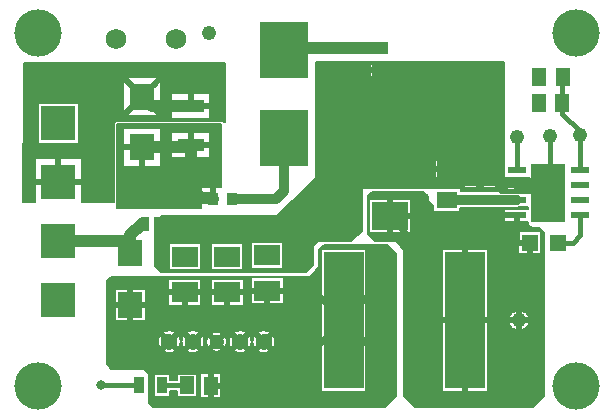
<source format=gtl>
G04 DesignSpark PCB Gerber Version 12.0 Build 5942*
%FSLAX35Y35*%
%MOMM*%
%ADD81R,0.90000X1.40000*%
%ADD83R,0.94000X1.02000*%
%ADD25R,1.20000X1.52400*%
%ADD82R,2.15000X2.20000*%
%ADD74R,2.15000X2.30000*%
%ADD29R,2.95000X4.90000*%
%ADD27R,3.35000X11.60000*%
%ADD76R,4.15000X4.82600*%
%ADD23R,3.00000X3.00000*%
%ADD12C,0.12700*%
%ADD18C,0.45000*%
%ADD17C,0.54000*%
%ADD21C,0.80000*%
%ADD19C,0.81000*%
%ADD71C,0.81280*%
%ADD70C,1.00000*%
%ADD79C,1.24000*%
%ADD87C,1.25590*%
%ADD85C,1.25900*%
%ADD20C,1.42240*%
%ADD75C,1.75000*%
%ADD22C,4.00000*%
%AMT84*0 Bullet Pad at angle 90*4,1,31,0.50800,-0.62950,0.50800,0.62950,0.12150,0.62950,0.05100,0.62550,-0.01860,0.61370,-0.08640,0.59420,-0.15160,0.56720,-0.21340,0.53310,-0.27100,0.49230,-0.32360,0.44530,-0.37070,0.39270,-0.41160,0.33510,-0.44580,0.27330,-0.47280,0.20810,-0.49240,0.14030,-0.50420,0.07070,-0.50820,0.00020,-0.50430,-0.07030,-0.49250,-0.13990,-0.47300,-0.20780,-0.44600,-0.27310,-0.41190,-0.33490,-0.37110,-0.39250,-0.32410,-0.44520,-0.27150,-0.49230,-0.21390,-0.53320,-0.15210,-0.56740,-0.08690,-0.59450,-0.01900,-0.61410,0.05060,-0.62600,0.12150,-0.62950,0.50800,-0.62950,0*%
%ADD84T84*%
%ADD28R,1.55000X0.60000*%
%ADD78R,0.98000X0.92000*%
%ADD80R,1.42000X1.00000*%
%ADD73R,2.20000X1.10000*%
%ADD72R,1.47320X1.42240*%
%ADD77R,1.82000X1.44000*%
%ADD24R,2.25000X1.75000*%
%ADD26R,3.07000X2.33000*%
%AMT86*0 Bullet Pad at angle 270*4,1,31,-0.50800,0.62800,-0.50800,-0.62800,-0.12000,-0.62800,-0.04970,-0.62410,0.01970,-0.61230,0.08740,-0.59280,0.15250,-0.56590,0.21410,-0.53180,0.27150,-0.49110,0.32400,-0.44420,0.37090,-0.39170,0.41170,-0.33430,0.44580,-0.27270,0.47280,-0.20760,0.49230,-0.13990,0.50410,-0.07050,0.50810,-0.00020,0.50420,0.07010,0.49240,0.13950,0.47290,0.20720,0.44600,0.27230,0.41200,0.33400,0.37130,0.39150,0.32440,0.44400,0.27190,0.49100,0.21450,0.53180,0.15290,0.56590,0.08780,0.59290,0.02010,0.61240,-0.04930,0.62420,-0.12000,0.62800,-0.50800,0.62800,0*%
%ADD86T86*%
X0Y0D02*
D02*
D12*
X43319770Y46283280D02*
Y45783280D01*
X43418880D01*
Y46154600D01*
X43821580D01*
Y45783280D01*
X44089250D01*
Y46443300D01*
G75*
G02*
X44119730Y46473780I30480J0D01*
G01*
X44999730D01*
G75*
G02*
X45022750Y46463280I0J-30480D01*
G01*
X45029770D01*
Y46963280D01*
X43329770D01*
Y46283280D01*
X43319770D01*
X43446130Y46627400D02*
X43794330D01*
Y46279150D01*
X43446130D01*
Y46627400D01*
X44170930Y46844600D02*
X44488630D01*
Y46511900D01*
X44170930D01*
Y46844600D01*
X44578430Y46704600D02*
X44901130D01*
Y46491900D01*
X44578430D01*
Y46704600D01*
X43326120Y46283280D02*
G36*
X43326120Y46283280D02*
Y45789630D01*
X43418880D01*
Y46154600D01*
X43821580D01*
Y45789630D01*
X44089250D01*
Y46443300D01*
G75*
G02*
X44090930Y46453270I30490J-10D01*
G01*
X43794330D01*
Y46279150D01*
X43446130D01*
Y46453270D01*
X43329770D01*
Y46283280D01*
X43326120D01*
G37*
X43329770Y46678250D02*
G36*
X43329770Y46678250D02*
Y46453270D01*
X43446130D01*
Y46627400D01*
X43794330D01*
Y46453270D01*
X44090930D01*
G75*
G02*
X44119730Y46473780I28810J-9980D01*
G01*
X44999730D01*
G75*
G02*
X45022750Y46463280I-10J-30500D01*
G01*
X45023420D01*
Y46678250D01*
X44901130D01*
Y46491900D01*
X44578430D01*
Y46678250D01*
X44488630D01*
Y46511900D01*
X44170930D01*
Y46678250D01*
X43329770D01*
G37*
Y46956930D02*
G36*
X43329770Y46956930D02*
Y46678250D01*
X44170930D01*
Y46844600D01*
X44488630D01*
Y46678250D01*
X44578430D01*
Y46704600D01*
X44901130D01*
Y46678250D01*
X45023420D01*
Y46956930D01*
X43329770D01*
G37*
X44029770Y45113280D02*
Y44413280D01*
X44069770Y44373280D01*
X44349770D01*
X44389770Y44333280D01*
Y44083280D01*
X44419770Y44053280D01*
X46389770D01*
X46479770Y44143280D01*
Y45343280D01*
X46399770Y45423280D01*
X46105210D01*
G75*
G02*
X46099740Y45422790I-5440J29950D01*
G01*
X45869280D01*
X45829770Y45383280D01*
Y45233280D01*
X45749770Y45153280D01*
X44069770D01*
X44029770Y45113280D01*
X45840930Y45389600D02*
X46228630D01*
Y44176900D01*
X45840930D01*
Y45389600D01*
X44095930Y45049600D02*
X44363630D01*
Y44776900D01*
X44095930D01*
Y45049600D01*
X44426130Y44327400D02*
X44564330D01*
Y44279900D01*
X44624630D01*
Y44333600D01*
X44792930D01*
Y44132950D01*
X44624630D01*
Y44186650D01*
X44564330D01*
Y44139150D01*
X44426130D01*
Y44327400D01*
X44559780Y44700750D02*
G75*
G02*
X44657250Y44603280I0J-97470D01*
G01*
G75*
G02*
X44559780Y44505810I-97470J0D01*
G01*
G75*
G02*
X44462310Y44603280I0J97470D01*
G01*
G75*
G02*
X44559780Y44700750I97470J0D01*
G01*
X44550930Y45137100D02*
X44828630D01*
Y44909400D01*
X44550930D01*
Y45137100D01*
X44759770Y44700750D02*
G75*
G02*
X44857240Y44603280I0J-97470D01*
G01*
G75*
G02*
X44759770Y44505810I-97470J0D01*
G01*
G75*
G02*
X44662300Y44603280I0J97470D01*
G01*
G75*
G02*
X44759770Y44700750I97470J0D01*
G01*
X44822430Y44334800D02*
X44995130D01*
Y44129700D01*
X44822430D01*
Y44334800D01*
X44871420Y44603280D02*
G75*
G02*
X45048120I88350J0D01*
G01*
G75*
G02*
X44871420I-88350J0D01*
G01*
X44910930Y45137100D02*
X45188630D01*
Y44909400D01*
X44910930D01*
Y45137100D01*
X45159770Y44700750D02*
G75*
G02*
X45257240Y44603280I0J-97470D01*
G01*
G75*
G02*
X45159770Y44505810I-97470J0D01*
G01*
G75*
G02*
X45062300Y44603280I0J97470D01*
G01*
G75*
G02*
X45159770Y44700750I97470J0D01*
G01*
X45250930Y45147100D02*
X45528630D01*
Y44919400D01*
X45250930D01*
Y45147100D01*
X45359770Y44700750D02*
G75*
G02*
X45457240Y44603280I0J-97470D01*
G01*
G75*
G02*
X45359770Y44505810I-97470J0D01*
G01*
G75*
G02*
X45262300Y44603280I0J97470D01*
G01*
G75*
G02*
X45359770Y44700750I97470J0D01*
G01*
X44389770Y44233270D02*
G36*
X44389770Y44233270D02*
Y44083280D01*
X44413420Y44059630D01*
X46396120D01*
X46473420Y44136930D01*
Y44233270D01*
X46228630D01*
Y44176900D01*
X45840930D01*
Y44233270D01*
X44995130D01*
Y44129700D01*
X44822430D01*
Y44233270D01*
X44792930D01*
Y44132950D01*
X44624630D01*
Y44186650D01*
X44564330D01*
Y44139150D01*
X44426130D01*
Y44233270D01*
X44389770D01*
G37*
X44036120Y44603280D02*
G36*
X44036120Y44603280D02*
Y44406930D01*
X44069770Y44373280D01*
X44349770D01*
X44389770Y44333280D01*
Y44233270D01*
X44426130D01*
Y44327400D01*
X44564330D01*
Y44279900D01*
X44624630D01*
Y44333600D01*
X44792930D01*
Y44233270D01*
X44822430D01*
Y44334800D01*
X44995130D01*
Y44233270D01*
X45840930D01*
Y44603280D01*
X45457240D01*
G75*
G02*
X45359770Y44505810I-97470J0D01*
G01*
G75*
G02*
X45262300Y44603280I0J97470D01*
G01*
X45257240D01*
G75*
G02*
X45159770Y44505810I-97470J0D01*
G01*
G75*
G02*
X45062300Y44603280I0J97470D01*
G01*
X45048120D01*
G75*
G02*
X44871420I-88350J0D01*
G01*
X44857240D01*
G75*
G02*
X44759770Y44505810I-97470J0D01*
G01*
G75*
G02*
X44662300Y44603280I0J97470D01*
G01*
X44657250D01*
G75*
G02*
X44559780Y44505810I-97470J0D01*
G01*
G75*
G02*
X44462310Y44603280I0J97470D01*
G01*
X44036120D01*
G37*
X46228630D02*
G36*
X46228630Y44603280D02*
Y44233270D01*
X46473420D01*
Y44603280D01*
X46228630D01*
G37*
X44036120Y44783250D02*
G36*
X44036120Y44783250D02*
Y44603280D01*
X44462310D01*
G75*
G02*
X44559780Y44700750I97470J0D01*
G01*
G75*
G02*
X44657250Y44603280I0J-97470D01*
G01*
X44662300D01*
G75*
G02*
X44759770Y44700750I97470J0D01*
G01*
G75*
G02*
X44857240Y44603280I0J-97470D01*
G01*
X44871420D01*
G75*
G02*
X45048120I88350J0D01*
G01*
X45062300D01*
G75*
G02*
X45159770Y44700750I97470J0D01*
G01*
G75*
G02*
X45257240Y44603280I0J-97470D01*
G01*
X45262300D01*
G75*
G02*
X45359770Y44700750I97470J0D01*
G01*
G75*
G02*
X45457240Y44603280I0J-97470D01*
G01*
X45840930D01*
Y44783250D01*
X44363630D01*
Y44776900D01*
X44095930D01*
Y44783250D01*
X44036120D01*
G37*
X46228630D02*
G36*
X46228630Y44783250D02*
Y44603280D01*
X46473420D01*
Y44783250D01*
X46228630D01*
G37*
X44036120Y45023250D02*
G36*
X44036120Y45023250D02*
Y44783250D01*
X44095930D01*
Y45023250D01*
X44036120D01*
G37*
X44363630D02*
G36*
X44363630Y45023250D02*
Y44783250D01*
X45840930D01*
Y45023250D01*
X45528630D01*
Y44919400D01*
X45250930D01*
Y45023250D01*
X45188630D01*
Y44909400D01*
X44910930D01*
Y45023250D01*
X44828630D01*
Y44909400D01*
X44550930D01*
Y45023250D01*
X44363630D01*
G37*
X46228630D02*
G36*
X46228630Y45023250D02*
Y44783250D01*
X46473420D01*
Y45023250D01*
X46228630D01*
G37*
X44036120Y45119630D02*
G36*
X44036120Y45119630D02*
Y45023250D01*
X44095930D01*
Y45049600D01*
X44363630D01*
Y45023250D01*
X44550930D01*
Y45137100D01*
X44828630D01*
Y45023250D01*
X44910930D01*
Y45137100D01*
X45188630D01*
Y45023250D01*
X45250930D01*
Y45147100D01*
X45528630D01*
Y45023250D01*
X45840930D01*
Y45389600D01*
X46228630D01*
Y45023250D01*
X46473420D01*
Y45349630D01*
X46406120Y45416930D01*
X45863420D01*
X45829770Y45383280D01*
Y45233280D01*
X45749770Y45153280D01*
X44069770D01*
X44036120Y45119630D01*
G37*
X44119730Y46443300D02*
Y45733300D01*
X44832430D01*
Y45915600D01*
X44999730D01*
Y46443300D01*
X44119730D01*
X44170930Y46414600D02*
X44488630D01*
Y46081900D01*
X44170930D01*
Y46414600D01*
X44578430Y46374600D02*
X44901130D01*
Y46161900D01*
X44578430D01*
Y46374600D01*
X44126080Y46248250D02*
G36*
X44126080Y46248250D02*
Y45739650D01*
X44832430D01*
Y45915600D01*
X44993380D01*
Y46248250D01*
X44901130D01*
Y46161900D01*
X44578430D01*
Y46248250D01*
X44488630D01*
Y46081900D01*
X44170930D01*
Y46248250D01*
X44126080D01*
G37*
Y46436950D02*
G36*
X44126080Y46436950D02*
Y46248250D01*
X44170930D01*
Y46414600D01*
X44488630D01*
Y46248250D01*
X44578430D01*
Y46374600D01*
X44901130D01*
Y46248250D01*
X44993380D01*
Y46436950D01*
X44126080D01*
G37*
X44439770Y45603280D02*
Y45243280D01*
X44489770Y45193280D01*
X45719770D01*
X45779770Y45253280D01*
Y45413280D01*
X45819770Y45453280D01*
X46099770D01*
X46189770Y45543280D01*
Y45903280D01*
X47029770D01*
Y45883280D01*
X47349770D01*
X47368650Y45864400D01*
X47499730D01*
G75*
G02*
X47511710Y45863280I0J-64630D01*
G01*
X47615930D01*
Y45993280D01*
X47389770D01*
Y46973280D01*
X45799770D01*
Y45993280D01*
X45469770Y45663280D01*
X44499770D01*
X44439770Y45603280D01*
X47415930Y45963100D02*
X47583630D01*
Y45890400D01*
X47415930D01*
Y45963100D01*
X46262430Y46956100D02*
X46417130D01*
Y46843400D01*
X46262430D01*
Y46956100D01*
X46269930Y46462600D02*
X46589630D01*
Y46216900D01*
X46269930D01*
Y46462600D01*
X46812430Y46145200D02*
X47007130D01*
Y45988500D01*
X46812430D01*
Y46145200D01*
X47054430Y46013100D02*
X47165130D01*
Y45908400D01*
X47054430D01*
Y46013100D01*
X47214430D02*
X47325130D01*
Y45908400D01*
X47214430D01*
Y46013100D01*
X44553130Y45434900D02*
X44826430D01*
Y45211650D01*
X44553130D01*
Y45434900D01*
X44913130D02*
X45186430D01*
Y45211650D01*
X44913130D01*
Y45434900D01*
X45253130Y45444900D02*
X45526430D01*
Y45221650D01*
X45253130D01*
Y45444900D01*
X44446120Y45323270D02*
G36*
X44446120Y45323270D02*
Y45236930D01*
X44483420Y45199630D01*
X45726120D01*
X45779770Y45253280D01*
Y45323270D01*
X45526430D01*
Y45221650D01*
X45253130D01*
Y45323270D01*
X45186430D01*
Y45211650D01*
X44913130D01*
Y45323270D01*
X44826430D01*
Y45211650D01*
X44553130D01*
Y45323270D01*
X44446120D01*
G37*
Y45609630D02*
G36*
X44446120Y45609630D02*
Y45323270D01*
X44553130D01*
Y45434900D01*
X44826430D01*
Y45323270D01*
X44913130D01*
Y45434900D01*
X45186430D01*
Y45323270D01*
X45253130D01*
Y45444900D01*
X45526430D01*
Y45323270D01*
X45779770D01*
Y45413280D01*
X45819770Y45453280D01*
X46099770D01*
X46189770Y45543280D01*
Y45903280D01*
X47029770D01*
Y45883280D01*
X47349770D01*
X47368650Y45864400D01*
X47499730D01*
G75*
G02*
X47511710Y45863280I20J-64420D01*
G01*
X47609580D01*
Y45926750D01*
X47583630D01*
Y45890400D01*
X47415930D01*
Y45926750D01*
X47325130D01*
Y45908400D01*
X47214430D01*
Y45926750D01*
X47165130D01*
Y45908400D01*
X47054430D01*
Y45926750D01*
X45733240D01*
X45469770Y45663280D01*
X44499770D01*
X44446120Y45609630D01*
G37*
X45799770Y45993280D02*
G36*
X45799770Y45993280D02*
X45733240Y45926750D01*
X47054430D01*
Y46013100D01*
X47165130D01*
Y45926750D01*
X47214430D01*
Y46013100D01*
X47325130D01*
Y45926750D01*
X47415930D01*
Y45963100D01*
X47583630D01*
Y45926750D01*
X47609580D01*
Y45993280D01*
X47389770D01*
Y46066850D01*
X47007130D01*
Y45988500D01*
X46812430D01*
Y46066850D01*
X45799770D01*
Y45993280D01*
G37*
Y46339750D02*
G36*
X45799770Y46339750D02*
Y46066850D01*
X46812430D01*
Y46145200D01*
X47007130D01*
Y46066850D01*
X47389770D01*
Y46339750D01*
X46589630D01*
Y46216900D01*
X46269930D01*
Y46339750D01*
X45799770D01*
G37*
Y46899750D02*
G36*
X45799770Y46899750D02*
Y46339750D01*
X46269930D01*
Y46462600D01*
X46589630D01*
Y46339750D01*
X47389770D01*
Y46899750D01*
X46417130D01*
Y46843400D01*
X46262430D01*
Y46899750D01*
X45799770D01*
G37*
Y46966930D02*
G36*
X45799770Y46966930D02*
Y46899750D01*
X46262430D01*
Y46956100D01*
X46417130D01*
Y46899750D01*
X47389770D01*
Y46966930D01*
X45799770D01*
G37*
X46239770Y45833280D02*
Y45513280D01*
X46299280Y45453770D01*
X46399740D01*
G75*
G02*
X46405210Y45453280I30J-30440D01*
G01*
X46479770D01*
X46549770Y45383280D01*
Y44143280D01*
X46639770Y44053280D01*
X47639770D01*
X47729770Y44143280D01*
Y45523280D01*
X47689770Y45563280D01*
X47629770D01*
X47599770Y45593280D01*
Y45594150D01*
X47598130D01*
Y45616400D01*
X47395930D01*
Y45729100D01*
X47598130D01*
Y45743280D01*
X47531110D01*
G75*
G02*
X47499730Y45735150I-31380J56490D01*
G01*
X47024930D01*
Y45703550D01*
X46794630D01*
Y45748420D01*
X46749770Y45793280D01*
Y45833280D01*
X46710260Y45872790D01*
X46279280D01*
X46239770Y45833280D01*
X47431420Y44783280D02*
G75*
G02*
X47608120I88350J0D01*
G01*
G75*
G02*
X47431420I-88350J0D01*
G01*
X47510330Y45538500D02*
X47710330D01*
Y45343600D01*
X47510330D01*
Y45538500D01*
X46870930Y45389600D02*
X47258630D01*
Y44176900D01*
X46870930D01*
Y45389600D01*
X46249930Y45809600D02*
X46609630D01*
Y45523900D01*
X46249930D01*
Y45809600D01*
X46549770Y44783280D02*
G36*
X46549770Y44783280D02*
Y44143280D01*
X46633420Y44059630D01*
X47646120D01*
X47723420Y44136930D01*
Y44783280D01*
X47608120D01*
G75*
G02*
X47431420I-88350J0D01*
G01*
X47258630D01*
Y44176900D01*
X46870930D01*
Y44783280D01*
X46549770D01*
G37*
Y45383280D02*
G36*
X46549770Y45383280D02*
Y44783280D01*
X46870930D01*
Y45389600D01*
X47258630D01*
Y44783280D01*
X47431420D01*
G75*
G02*
X47608120I88350J0D01*
G01*
X47723420D01*
Y45441050D01*
X47710330D01*
Y45343600D01*
X47510330D01*
Y45441050D01*
X46492000D01*
X46549770Y45383280D01*
G37*
X46246120Y45666750D02*
G36*
X46246120Y45666750D02*
Y45506930D01*
X46299280Y45453770D01*
X46399740D01*
G75*
G02*
X46405210Y45453280I70J-30020D01*
G01*
X46479770D01*
X46492000Y45441050D01*
X47510330D01*
Y45538500D01*
X47710330D01*
Y45441050D01*
X47723420D01*
Y45529630D01*
X47689770Y45563280D01*
X47629770D01*
X47599770Y45593280D01*
Y45594150D01*
X47598130D01*
Y45616400D01*
X47395930D01*
Y45666750D01*
X46609630D01*
Y45523900D01*
X46249930D01*
Y45666750D01*
X46246120D01*
G37*
Y45839630D02*
G36*
X46246120Y45839630D02*
Y45666750D01*
X46249930D01*
Y45809600D01*
X46609630D01*
Y45666750D01*
X47395930D01*
Y45729100D01*
X47598130D01*
Y45743280D01*
X47531110D01*
G75*
G02*
X47499730Y45735150I-31410J56610D01*
G01*
X47024930D01*
Y45703550D01*
X46794630D01*
Y45748420D01*
X46749770Y45793280D01*
Y45833280D01*
X46716610Y45866440D01*
X46272930D01*
X46246120Y45839630D01*
G37*
D02*
D17*
X43497230Y45953280D02*
X43398230D01*
X43620230Y46076280D02*
Y46175300D01*
X43743230Y45953280D02*
X43842230D01*
X44149270Y44913280D02*
X44075230D01*
X44229770Y44830280D02*
Y44756300D01*
Y44996280D02*
Y45070300D01*
X44241360Y46589870D02*
X44150230Y46498740D01*
X44241360Y46766690D02*
X44150230Y46857820D01*
X44249270Y46248280D02*
X44150230D01*
X44310270Y44913280D02*
X44384230D01*
X44329770Y46160280D02*
Y46061300D01*
X44410270Y46248280D02*
X44509230D01*
X44418180Y46589870D02*
X44509230Y46498820D01*
X44418180Y46766690D02*
X44509230Y46857740D01*
X44528580Y44572080D02*
X44476260Y44519760D01*
X44528580Y44634480D02*
X44476260Y44686800D01*
X44590980Y44572080D02*
X44643300Y44519760D01*
X44590980Y44634480D02*
X44643300Y44686800D01*
X44604270Y45023280D02*
X44530230D01*
X44656770Y46268280D02*
X44557730D01*
X44656770Y46598280D02*
X44557730D01*
X44689770Y44962780D02*
Y44888800D01*
X44728570Y44572080D02*
X44676250Y44519760D01*
X44728570Y44634480D02*
X44676250Y44686800D01*
X44739770Y46240280D02*
Y46141300D01*
Y46254640D02*
Y46155640D01*
Y46281920D02*
Y46380920D01*
Y46296280D02*
Y46395300D01*
Y46626280D02*
Y46725300D01*
X44775270Y45023280D02*
X44849230D01*
X44790970Y44572080D02*
X44843290Y44519760D01*
X44790970Y44634480D02*
X44843290Y44686800D01*
X44822770Y46268280D02*
X44921730D01*
X44822770Y46598280D02*
X44921730D01*
X44908770Y44183080D02*
Y44109100D01*
Y44281480D02*
Y44355500D01*
X44910770Y45813280D02*
X44811730D01*
X44930770Y45837280D02*
Y45936300D01*
X44935020Y44578530D02*
X44882700Y44526210D01*
X44935020Y44628030D02*
X44882700Y44680350D01*
X44941770Y44232280D02*
X45015730D01*
X44964270Y45023280D02*
X44890230D01*
X44984520Y44578530D02*
X45036840Y44526210D01*
X44984520Y44628030D02*
X45036840Y44680350D01*
X45049770Y44962780D02*
Y44888800D01*
X45128570Y44572080D02*
X45076250Y44519760D01*
X45128570Y44634480D02*
X45076250Y44686800D01*
X45135270Y45023280D02*
X45209230D01*
X45190970Y44572080D02*
X45243290Y44519760D01*
X45190970Y44634480D02*
X45243290Y44686800D01*
X45304280Y45033280D02*
X45230280D01*
X45328570Y44572080D02*
X45276250Y44519760D01*
X45328570Y44634480D02*
X45276250Y44686800D01*
X45389780Y44972780D02*
Y44898800D01*
X45390970Y44572080D02*
X45443290Y44519760D01*
X45390970Y44634480D02*
X45443290Y44686800D01*
X45475280Y45033280D02*
X45549280D01*
X45886360Y44634870D02*
X45820230Y44568740D01*
X45886360Y44931690D02*
X45820230Y44997820D01*
X46183180Y44634870D02*
X46249230Y44568820D01*
X46183180Y44931690D02*
X46249230Y44997740D01*
X46295770Y46899780D02*
X46241730D01*
X46303270Y46339780D02*
X46249230D01*
X46339770Y46876780D02*
Y46822800D01*
X46383770Y46899780D02*
X46437730D01*
X46429770Y45577280D02*
Y45503300D01*
Y45756280D02*
Y45830300D01*
Y46250280D02*
Y46196300D01*
Y46429280D02*
Y46483300D01*
X46556270Y45666780D02*
X46630230D01*
X46556270Y46339780D02*
X46610230D01*
X46845770Y46066880D02*
X46791730D01*
X46909770Y46021880D02*
Y45967900D01*
Y46111880D02*
Y46165900D01*
X46924270Y44783280D02*
X46850230D01*
X46973770Y46066880D02*
X47027730D01*
X47064770Y44230280D02*
Y44156300D01*
Y45336280D02*
Y45410300D01*
X47087770Y45960780D02*
X47033730D01*
X47109770Y45979780D02*
Y46033800D01*
X47131770Y45960780D02*
X47185730D01*
X47205270Y44783280D02*
X47279230D01*
X47247770Y45960780D02*
X47193730D01*
X47269770Y45979780D02*
Y46033800D01*
X47291770Y45960780D02*
X47345730D01*
X47449270Y45672780D02*
X47375230D01*
X47449270Y45926780D02*
X47395230D01*
X47484770Y44783280D02*
X47410770D01*
X47499770Y45669780D02*
Y45595800D01*
X47519770Y44748280D02*
Y44674280D01*
Y44818280D02*
Y44892280D01*
X47554770Y44783280D02*
X47628770D01*
X47563650Y45441060D02*
X47489630D01*
X47610310Y45396940D02*
Y45322900D01*
D02*
D18*
X44305230Y44233280D02*
X43979770D01*
X44708770D02*
X44495230D01*
X44739770Y46268280D02*
X46429770Y45666780D02*
Y45649780D01*
X46636270Y45443280D01*
X47489270D01*
X47499770Y45453780D01*
Y45672780D01*
X46429770Y46339780D02*
X46723270D01*
X46909770Y46153280D01*
Y46066880D01*
X47064770Y44783280D02*
Y45443280D01*
X47592530D01*
X47594750Y45441060D01*
X47610310D01*
X47499770Y45672780D02*
Y45441060D01*
X47610310D01*
X47499770Y46053780D02*
Y46331740D01*
X47501310Y46333280D01*
X47688770Y46623280D02*
X47689770D01*
X47690770Y46844280D02*
Y46833280D01*
X47689770D01*
X47779770Y46343280D02*
Y45873280D01*
X47769770Y45863280D01*
X47851310Y45441060D02*
X47977550D01*
X48039770Y45503280D01*
Y45672780D01*
X47888770Y46622280D02*
Y46841280D01*
X47890770Y46843280D01*
X48039770Y46053780D02*
Y46383280D01*
X47888770Y46534280D01*
Y46622280D01*
D02*
D19*
X45088770Y45813280D02*
X45459770D01*
X45529770Y45883280D01*
Y46280130D01*
X45529410Y46280490D01*
Y46329770D01*
X46909770Y45799680D02*
X47499770Y45799780D02*
X46909870D01*
X46909770Y45799680D01*
X47499770Y45926780D02*
X47706270D01*
X47769770Y45863280D01*
D02*
D70*
X44229770Y45353280D02*
Y45383280D01*
X44159770Y45453280D01*
X43619770D01*
X44329770Y46248280D02*
X44719770D01*
X44739770Y46268280D01*
X44334770Y45603280D02*
X44329770D01*
X44229770Y45503280D01*
Y45353280D01*
X44739770Y46268280D02*
Y45913280D01*
X44829770Y45823280D01*
X44920770D01*
X44930770Y45813280D01*
X44739770Y46598280D02*
X44409770D01*
X44329770Y46678280D01*
X46339770Y47086780D02*
X45539520D01*
X45529410Y47076670D01*
D02*
D71*
X43979770Y44233280D03*
X44739770Y46268280D03*
X47689770Y46623280D03*
Y46833280D03*
D02*
D20*
X44559780Y44603280D03*
X44759770D03*
X45159770D03*
X45359770D03*
X45529410Y46329770D03*
X46909770Y45799680D03*
D02*
D21*
X47701770Y45713280D03*
Y45863280D03*
Y46013280D03*
X47831770Y45713280D03*
Y45863280D03*
Y46013280D03*
D02*
D22*
X43450230Y44225000D03*
Y47215000D03*
X48000230Y44225000D03*
Y47215000D03*
D02*
D23*
X43619770Y44953280D03*
Y45453280D03*
X43620230Y45953280D03*
Y46453280D03*
D02*
D24*
X44689770Y45023280D03*
Y45323280D03*
X45049770Y45023280D03*
Y45323280D03*
X45389780Y45033280D03*
Y45333280D03*
D02*
D25*
X44708770Y44233280D03*
X44908770Y44232280D03*
X47688770Y46623280D03*
X47690770Y46844280D03*
X47888770Y46622280D03*
X47890770Y46843280D03*
D02*
D26*
X46429770Y45666780D03*
Y46339780D03*
D02*
D27*
X46034770Y44783280D03*
X47064770D03*
D02*
D28*
X47499770Y45672780D03*
Y45799780D03*
Y45926780D03*
Y46053780D03*
X48039770Y45672780D03*
Y45799780D03*
Y45926780D03*
Y46053780D03*
D02*
D29*
X47769770Y45863280D03*
D02*
D72*
X47610310Y45441060D03*
X47851310D03*
D02*
D73*
X44739770Y46268280D03*
Y46598280D03*
D02*
D74*
X44329770Y46248280D03*
Y46678280D03*
D02*
D75*
X44109770Y47163280D03*
X44617770D03*
D02*
D76*
X45529410Y46329770D03*
Y47076670D03*
D02*
D77*
X46909770Y45799680D03*
Y46066880D03*
D02*
D78*
X47109770Y45805780D03*
Y45960780D03*
X47269770Y45805780D03*
Y45960780D03*
D02*
D79*
X44899770Y47213280D03*
X44959770Y44603280D03*
X47501310Y46333280D03*
X47519770Y44783280D03*
X47779770Y46343280D03*
X48039770Y46353280D03*
D02*
D80*
X46339770Y46899780D03*
Y47086780D03*
D02*
D81*
X44305230Y44233280D03*
X44495230D03*
D02*
D82*
X44229770Y44913280D03*
Y45353280D03*
D02*
D83*
X44930770Y45813280D03*
X45088770D03*
D02*
D84*
X44334770Y45603280D03*
D02*
D86*
X44484770D03*
X0Y0D02*
M02*

</source>
